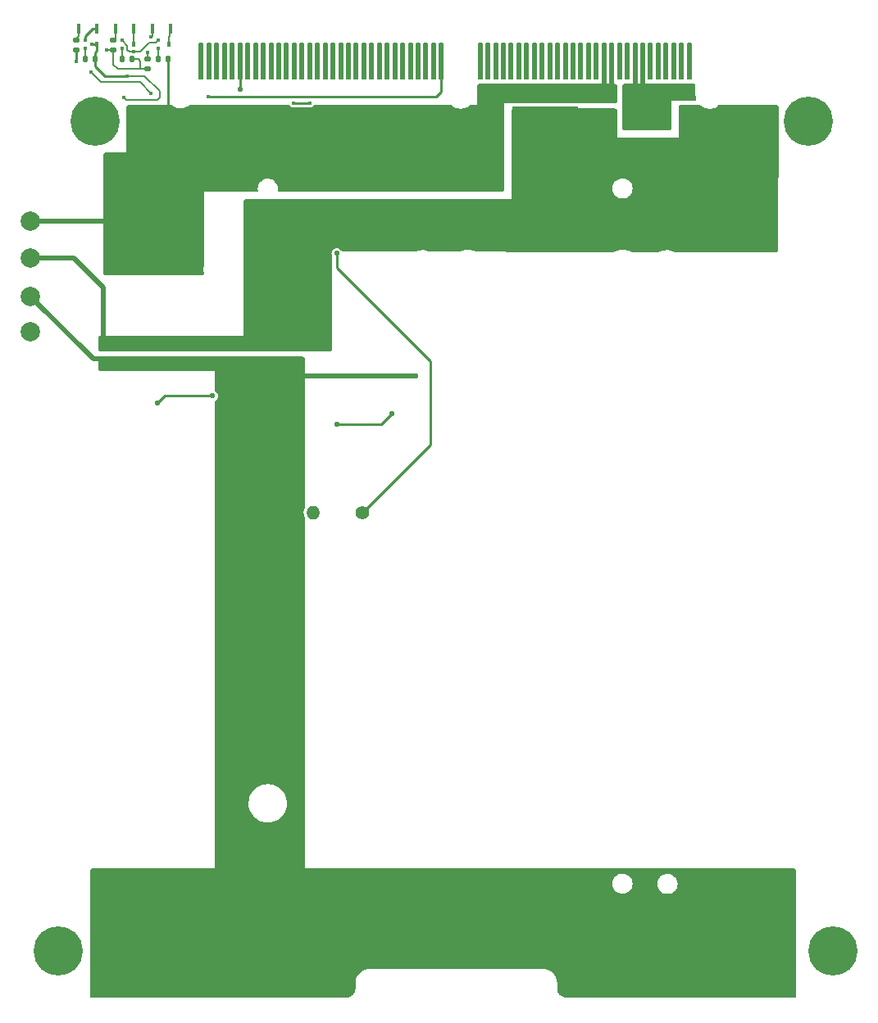
<source format=gbl>
%TF.GenerationSoftware,KiCad,Pcbnew,(6.0.4)*%
%TF.CreationDate,2022-04-12T12:42:18-04:00*%
%TF.ProjectId,batteryboard,62617474-6572-4796-926f-6172642e6b69,rev?*%
%TF.SameCoordinates,Original*%
%TF.FileFunction,Copper,L2,Bot*%
%TF.FilePolarity,Positive*%
%FSLAX46Y46*%
G04 Gerber Fmt 4.6, Leading zero omitted, Abs format (unit mm)*
G04 Created by KiCad (PCBNEW (6.0.4)) date 2022-04-12 12:42:18*
%MOMM*%
%LPD*%
G01*
G04 APERTURE LIST*
G04 Aperture macros list*
%AMRoundRect*
0 Rectangle with rounded corners*
0 $1 Rounding radius*
0 $2 $3 $4 $5 $6 $7 $8 $9 X,Y pos of 4 corners*
0 Add a 4 corners polygon primitive as box body*
4,1,4,$2,$3,$4,$5,$6,$7,$8,$9,$2,$3,0*
0 Add four circle primitives for the rounded corners*
1,1,$1+$1,$2,$3*
1,1,$1+$1,$4,$5*
1,1,$1+$1,$6,$7*
1,1,$1+$1,$8,$9*
0 Add four rect primitives between the rounded corners*
20,1,$1+$1,$2,$3,$4,$5,0*
20,1,$1+$1,$4,$5,$6,$7,0*
20,1,$1+$1,$6,$7,$8,$9,0*
20,1,$1+$1,$8,$9,$2,$3,0*%
%AMFreePoly0*
4,1,12,0.105238,2.379067,0.194454,2.319454,0.254067,2.230238,0.275000,2.125000,0.275000,-1.400000,-0.275000,-1.400000,-0.275000,2.125000,-0.254067,2.230238,-0.194454,2.319454,-0.105238,2.379067,0.000000,2.400000,0.105238,2.379067,0.105238,2.379067,$1*%
G04 Aperture macros list end*
%TA.AperFunction,ComponentPad*%
%ADD10C,2.000000*%
%TD*%
%TA.AperFunction,ComponentPad*%
%ADD11C,5.080000*%
%TD*%
%TA.AperFunction,SMDPad,CuDef*%
%ADD12FreePoly0,0.000000*%
%TD*%
%TA.AperFunction,ComponentPad*%
%ADD13C,1.400000*%
%TD*%
%TA.AperFunction,ComponentPad*%
%ADD14O,1.400000X1.400000*%
%TD*%
%TA.AperFunction,SMDPad,CuDef*%
%ADD15R,6.800000X7.300000*%
%TD*%
%TA.AperFunction,SMDPad,CuDef*%
%ADD16R,4.000000X6.800000*%
%TD*%
%TA.AperFunction,SMDPad,CuDef*%
%ADD17R,4.500000X6.700000*%
%TD*%
%TA.AperFunction,SMDPad,CuDef*%
%ADD18R,0.370000X1.000000*%
%TD*%
%TA.AperFunction,SMDPad,CuDef*%
%ADD19R,0.450000X0.400000*%
%TD*%
%TA.AperFunction,SMDPad,CuDef*%
%ADD20R,0.450000X0.500000*%
%TD*%
%TA.AperFunction,SMDPad,CuDef*%
%ADD21RoundRect,0.135000X0.185000X-0.135000X0.185000X0.135000X-0.185000X0.135000X-0.185000X-0.135000X0*%
%TD*%
%TA.AperFunction,SMDPad,CuDef*%
%ADD22RoundRect,0.135000X-0.135000X-0.185000X0.135000X-0.185000X0.135000X0.185000X-0.135000X0.185000X0*%
%TD*%
%TA.AperFunction,ViaPad*%
%ADD23C,0.584200*%
%TD*%
%TA.AperFunction,ViaPad*%
%ADD24C,0.381000*%
%TD*%
%TA.AperFunction,Conductor*%
%ADD25C,0.508000*%
%TD*%
%TA.AperFunction,Conductor*%
%ADD26C,0.203200*%
%TD*%
%TA.AperFunction,Conductor*%
%ADD27C,0.254000*%
%TD*%
%TA.AperFunction,Conductor*%
%ADD28C,0.279400*%
%TD*%
G04 APERTURE END LIST*
D10*
X55499000Y-67310000D03*
X55499000Y-71247000D03*
X55499000Y-74930000D03*
X55499000Y-63500000D03*
D11*
X62118400Y-53157200D03*
X135778400Y-53157200D03*
X138318400Y-138887200D03*
X58318400Y-138887200D03*
D12*
X73122220Y-47404353D03*
X73922220Y-47404353D03*
X74722220Y-47404353D03*
X75522220Y-47404353D03*
X76322220Y-47404353D03*
X77122220Y-47404353D03*
X77922220Y-47404353D03*
X78722220Y-47404353D03*
X79522220Y-47404353D03*
X80322220Y-47404353D03*
X81122220Y-47404353D03*
X81922220Y-47404353D03*
X82722220Y-47404353D03*
X83522220Y-47404353D03*
X84322220Y-47404353D03*
X85122220Y-47404353D03*
X85922220Y-47404353D03*
X86722220Y-47404353D03*
X87522220Y-47404353D03*
X88322220Y-47404353D03*
X89122220Y-47404353D03*
X89922220Y-47404353D03*
X90722220Y-47404353D03*
X91522220Y-47404353D03*
X92322220Y-47404353D03*
X93122220Y-47404353D03*
X93922220Y-47404353D03*
X94722220Y-47404353D03*
X95522220Y-47404353D03*
X96322220Y-47404353D03*
X97122220Y-47404353D03*
X97922220Y-47404353D03*
X101922220Y-47404353D03*
X102722220Y-47404353D03*
X103522220Y-47404353D03*
X104322220Y-47404353D03*
X105122220Y-47404353D03*
X105922220Y-47404353D03*
X106722220Y-47404353D03*
X107522220Y-47404353D03*
X108322220Y-47404353D03*
X109122220Y-47404353D03*
X109922220Y-47404353D03*
X110722220Y-47404353D03*
X111522220Y-47404353D03*
X112322220Y-47404353D03*
X113122220Y-47404353D03*
X113922220Y-47404353D03*
X114722220Y-47404353D03*
X115522220Y-47404353D03*
X116322220Y-47404353D03*
X117122220Y-47404353D03*
X117922220Y-47404353D03*
X118722220Y-47404353D03*
X119522220Y-47404353D03*
X120322220Y-47404353D03*
X121122220Y-47404353D03*
X121922220Y-47404353D03*
X122722220Y-47404353D03*
X123522220Y-47404353D03*
D13*
X89739000Y-93599000D03*
D14*
X84659000Y-93599000D03*
D15*
X87998300Y-136825100D03*
X87998300Y-55275100D03*
D16*
X127873300Y-55499700D03*
D15*
X129273300Y-136799700D03*
X108623100Y-55249700D03*
X108623100Y-136799700D03*
X67348100Y-136825100D03*
D17*
X68273100Y-55575100D03*
D18*
X62322181Y-43591480D03*
X60462181Y-43591480D03*
X66122173Y-43591480D03*
X64262173Y-43591480D03*
X69922191Y-43591480D03*
X68062191Y-43591480D03*
D19*
X61172400Y-45586600D03*
X61172400Y-44786600D03*
D20*
X62322400Y-45186600D03*
D19*
X64957000Y-45586600D03*
X64957000Y-44786600D03*
D20*
X66107000Y-45186600D03*
D19*
X68665400Y-45586600D03*
X68665400Y-44786600D03*
D20*
X69815400Y-45186600D03*
D21*
X60198000Y-45798200D03*
X60198000Y-44778200D03*
X64033400Y-45798200D03*
X64033400Y-44778200D03*
X67614800Y-47754000D03*
X67614800Y-46734000D03*
D22*
X61161200Y-46736000D03*
X62181200Y-46736000D03*
X64971200Y-46736000D03*
X65991200Y-46736000D03*
X68654200Y-46736000D03*
X69674200Y-46736000D03*
D23*
X90106500Y-65341500D03*
X90106500Y-64579500D03*
X90106500Y-66103500D03*
X90995500Y-65341500D03*
X90995500Y-66103500D03*
X90995500Y-64579500D03*
X124460000Y-58420000D03*
X125730000Y-59690000D03*
X130810000Y-62230000D03*
X124460000Y-55880000D03*
X132080000Y-53340000D03*
X124460000Y-63500000D03*
X127000000Y-60960000D03*
X125730000Y-62230000D03*
X72825000Y-76273000D03*
X132080000Y-55880000D03*
X132080000Y-60960000D03*
X132080000Y-63500000D03*
X128270000Y-62230000D03*
X127000000Y-63500000D03*
X129540000Y-63500000D03*
X89217500Y-66103500D03*
X68507000Y-76273000D03*
X125730000Y-64770000D03*
X124460000Y-53340000D03*
X128270000Y-64770000D03*
X89217500Y-64579500D03*
X130810000Y-64770000D03*
X124460000Y-60960000D03*
X64443000Y-76273000D03*
X132080000Y-58420000D03*
X89217500Y-65341500D03*
X130810000Y-59690000D03*
X128270000Y-59690000D03*
X129540000Y-60960000D03*
D24*
X66128900Y-45948600D03*
X65493900Y-48463200D03*
X61810900Y-45186600D03*
D23*
X120015000Y-53340000D03*
X117475000Y-52070000D03*
X120000000Y-49800000D03*
X121285000Y-50165000D03*
X117475000Y-53340000D03*
X120015000Y-50800000D03*
X121285000Y-51435000D03*
X118722220Y-50187780D03*
X121285000Y-52705000D03*
X118745000Y-51435000D03*
D24*
X65151000Y-50673000D03*
D23*
X120015000Y-52070000D03*
X117475000Y-50800000D03*
X118745000Y-52705000D03*
X115570000Y-139700000D03*
X114300000Y-135890000D03*
X119380000Y-133350000D03*
X118110000Y-137160000D03*
X116840000Y-133350000D03*
X124460000Y-133350000D03*
X72857000Y-78273000D03*
X113030000Y-137160000D03*
X123190000Y-139700000D03*
X115570000Y-134620000D03*
X121920000Y-133350000D03*
X119380000Y-138430000D03*
X114300000Y-133350000D03*
X123190000Y-137160000D03*
X124460000Y-138430000D03*
X64475000Y-78273000D03*
X95250000Y-79502002D03*
X121920000Y-138430000D03*
X124460000Y-135890000D03*
X119380000Y-135890000D03*
X116840000Y-138430000D03*
X120650000Y-139700000D03*
X68539000Y-78273000D03*
X113030000Y-139700000D03*
X116840000Y-135890000D03*
X120650000Y-137160000D03*
X121920000Y-135890000D03*
X115570000Y-137160000D03*
X120650000Y-134620000D03*
X118110000Y-139700000D03*
X118110000Y-134620000D03*
X113030000Y-134620000D03*
X114300000Y-138430000D03*
X123190000Y-134620000D03*
X100330000Y-55880000D03*
X95250000Y-53340000D03*
X97790000Y-58420000D03*
X96520000Y-54610000D03*
X72898000Y-68326000D03*
X96520000Y-57150000D03*
X72898000Y-64262000D03*
X64262000Y-66294000D03*
X92710000Y-55880000D03*
X92710000Y-53340000D03*
X93980000Y-54610000D03*
X100330000Y-58420000D03*
X102870000Y-58420000D03*
X72898000Y-66294000D03*
X64262000Y-64262000D03*
X96520000Y-52070000D03*
X101600000Y-54610000D03*
X99060000Y-54610000D03*
X102870000Y-53340000D03*
X95250000Y-58420000D03*
X68580000Y-68326000D03*
X104140000Y-57150000D03*
X68580000Y-64262000D03*
X68580000Y-66294000D03*
X104140000Y-54610000D03*
X93980000Y-57150000D03*
X104140000Y-52070000D03*
X100330000Y-53340000D03*
X101600000Y-57150000D03*
X99060000Y-57150000D03*
X95250000Y-55880000D03*
X93980000Y-52070000D03*
X64262000Y-68326000D03*
X92710000Y-58420000D03*
X97790000Y-55880000D03*
X102870000Y-55880000D03*
X97790000Y-53340000D03*
X87122000Y-84455000D03*
X92770500Y-83378500D03*
D24*
X67614800Y-46050200D03*
X67945000Y-44450000D03*
D23*
X68580000Y-82296000D03*
X74295000Y-81534000D03*
X77122220Y-49877780D03*
X87122000Y-66802000D03*
D24*
X60198000Y-46990000D03*
X63334900Y-45796200D03*
X82690208Y-51294792D03*
X84328000Y-51294792D03*
X67945000Y-50266600D03*
X73837800Y-50622200D03*
X61707979Y-48068179D03*
D25*
X55499000Y-67310000D02*
X59944000Y-67310000D01*
X59944000Y-67310000D02*
X61214000Y-68580000D01*
X62992000Y-70358000D02*
X62992000Y-75819000D01*
X61214000Y-68580000D02*
X62992000Y-70358000D01*
D26*
X65493900Y-45732700D02*
X65709800Y-45948600D01*
X65493900Y-45323500D02*
X65493900Y-45732700D01*
X65709800Y-45948600D02*
X66128900Y-45948600D01*
X64957000Y-44786600D02*
X65493900Y-45323500D01*
X68834000Y-50038000D02*
X68834000Y-50673000D01*
D27*
X63195200Y-48463200D02*
X65493900Y-48463200D01*
D26*
X67259200Y-48463200D02*
X68834000Y-50038000D01*
X65493900Y-48463200D02*
X67259200Y-48463200D01*
D27*
X62322400Y-45186600D02*
X61874400Y-45186600D01*
D26*
X68456389Y-44995611D02*
X67780389Y-44995611D01*
X67780389Y-44995611D02*
X66827400Y-45948600D01*
D25*
X117922220Y-47404353D02*
X117922220Y-49850220D01*
D27*
X62322400Y-45881600D02*
X62181200Y-46022800D01*
D26*
X68834000Y-50673000D02*
X68580000Y-50927000D01*
D25*
X118722220Y-47404353D02*
X118722220Y-50187780D01*
D26*
X66827400Y-45948600D02*
X66128900Y-45948600D01*
D27*
X62181200Y-46022800D02*
X62181200Y-46736000D01*
X62181200Y-47449200D02*
X63195200Y-48463200D01*
X62322400Y-45186600D02*
X62322400Y-45881600D01*
D26*
X65405000Y-50927000D02*
X65151000Y-50673000D01*
D27*
X62181200Y-46736000D02*
X62181200Y-47449200D01*
D26*
X68665400Y-44786600D02*
X68456389Y-44995611D01*
X65405000Y-50927000D02*
X68580000Y-50927000D01*
D25*
X55499000Y-71247000D02*
X61976000Y-77724000D01*
X61976000Y-77724000D02*
X63119000Y-77724000D01*
X95250000Y-79502002D02*
X83439002Y-79502002D01*
X55499000Y-63500000D02*
X63881000Y-63500000D01*
X115522220Y-47404353D02*
X115522220Y-50498220D01*
X114722220Y-47404353D02*
X114722220Y-50714220D01*
D27*
X69674200Y-46736000D02*
X69674200Y-51864800D01*
D28*
X91694000Y-84455000D02*
X87122000Y-84455000D01*
X92770500Y-83378500D02*
X91694000Y-84455000D01*
D27*
X61172400Y-44332600D02*
X61913520Y-43591480D01*
X61172400Y-44786600D02*
X61172400Y-44332600D01*
X61913520Y-43591480D02*
X62322181Y-43591480D01*
D26*
X60198000Y-44778200D02*
X60198000Y-44577000D01*
X60198000Y-44577000D02*
X60462181Y-44312819D01*
X60462181Y-44312819D02*
X60462181Y-43591480D01*
X66107000Y-45186600D02*
X66107000Y-43606653D01*
X66107000Y-43606653D02*
X66122173Y-43591480D01*
X64262173Y-44549427D02*
X64033400Y-44778200D01*
X64262173Y-43591480D02*
X64262173Y-44549427D01*
X69815400Y-45186600D02*
X69815400Y-44450393D01*
X69891993Y-44373800D02*
X69891993Y-43591480D01*
X69815400Y-44450393D02*
X69891993Y-44373800D01*
X67614800Y-46734000D02*
X67614800Y-46050200D01*
X68062191Y-44332809D02*
X67945000Y-44450000D01*
X68062191Y-43591480D02*
X68062191Y-44332809D01*
D28*
X74295000Y-81534000D02*
X69342000Y-81534000D01*
X69342000Y-81534000D02*
X68580000Y-82296000D01*
D27*
X87122000Y-68326000D02*
X96774000Y-77978000D01*
X96774000Y-86564000D02*
X96774000Y-77978000D01*
X77122220Y-47404353D02*
X77122220Y-49877780D01*
X89739000Y-93599000D02*
X96774000Y-86564000D01*
X87122000Y-68326000D02*
X87122000Y-66802000D01*
D26*
X67612800Y-47752000D02*
X67614800Y-47754000D01*
X63336900Y-45798200D02*
X63334900Y-45796200D01*
X64033400Y-45798200D02*
X63336900Y-45798200D01*
X66865500Y-47752000D02*
X67612800Y-47752000D01*
X66624200Y-46736000D02*
X66827400Y-46939200D01*
X66827400Y-46939200D02*
X66827400Y-47713900D01*
X64033400Y-47269400D02*
X64033400Y-45798200D01*
X60198000Y-46355000D02*
X60198000Y-46990000D01*
X65991200Y-46736000D02*
X66624200Y-46736000D01*
D27*
X84328000Y-51294792D02*
X82690208Y-51294792D01*
D26*
X64516000Y-47752000D02*
X64033400Y-47269400D01*
X66827400Y-47713900D02*
X66865500Y-47752000D01*
D27*
X60198000Y-46583600D02*
X60198000Y-46355000D01*
X60198000Y-45798200D02*
X60198000Y-46990000D01*
X60198000Y-46355000D02*
X60198000Y-45798200D01*
D26*
X66865500Y-47752000D02*
X64516000Y-47752000D01*
X61172400Y-46724800D02*
X61161200Y-46736000D01*
X61172400Y-45586600D02*
X61172400Y-46724800D01*
X64957000Y-46721800D02*
X64971200Y-46736000D01*
X64957000Y-45586600D02*
X64957000Y-46721800D01*
X68654200Y-46736000D02*
X68654200Y-45597800D01*
X68654200Y-45597800D02*
X68665400Y-45586600D01*
X66776600Y-49098200D02*
X67945000Y-50266600D01*
X62738000Y-49098200D02*
X66776600Y-49098200D01*
D27*
X73837800Y-50622200D02*
X97358200Y-50622200D01*
X97922220Y-50058180D02*
X97922220Y-47404353D01*
D26*
X61707990Y-48068190D02*
X62738000Y-49098200D01*
D27*
X97358200Y-50622200D02*
X97922220Y-50058180D01*
%TA.AperFunction,Conductor*%
G36*
X115840170Y-49278421D02*
G01*
X115864073Y-49283175D01*
X115899091Y-49290141D01*
X115944510Y-49308954D01*
X115964329Y-49322196D01*
X115983939Y-49335300D01*
X116018700Y-49370061D01*
X116045045Y-49409488D01*
X116063860Y-49454911D01*
X116075579Y-49513830D01*
X116078000Y-49538410D01*
X116078000Y-51045590D01*
X116075579Y-51070170D01*
X116063860Y-51129089D01*
X116045045Y-51174512D01*
X116018700Y-51213939D01*
X115983939Y-51248700D01*
X115964329Y-51261804D01*
X115944510Y-51275046D01*
X115899091Y-51293859D01*
X115864073Y-51300825D01*
X115840170Y-51305579D01*
X115815590Y-51308000D01*
X104394000Y-51308000D01*
X104394000Y-60189590D01*
X104391579Y-60214170D01*
X104379860Y-60273089D01*
X104361045Y-60318512D01*
X104334700Y-60357939D01*
X104299939Y-60392700D01*
X104280329Y-60405804D01*
X104260510Y-60419046D01*
X104215091Y-60437859D01*
X104180073Y-60444825D01*
X104156170Y-60449579D01*
X104131590Y-60452000D01*
X81148625Y-60452000D01*
X81080504Y-60431998D01*
X81034011Y-60378342D01*
X81023315Y-60312830D01*
X81042161Y-60133522D01*
X81042161Y-60133519D01*
X81042805Y-60127392D01*
X81024329Y-59924375D01*
X81012643Y-59884668D01*
X80968513Y-59734731D01*
X80966771Y-59728812D01*
X80946443Y-59689928D01*
X80875180Y-59553614D01*
X80875177Y-59553610D01*
X80872325Y-59548154D01*
X80744588Y-59389281D01*
X80588425Y-59258244D01*
X80409784Y-59160036D01*
X80403917Y-59158175D01*
X80403915Y-59158174D01*
X80311897Y-59128984D01*
X80215470Y-59098395D01*
X80056819Y-59080600D01*
X79947000Y-59080600D01*
X79795416Y-59095463D01*
X79600261Y-59154384D01*
X79420266Y-59250089D01*
X79262288Y-59378932D01*
X79253727Y-59389281D01*
X79136274Y-59531256D01*
X79136272Y-59531260D01*
X79132345Y-59536006D01*
X79035386Y-59715328D01*
X79033564Y-59721215D01*
X78982967Y-59884668D01*
X78975104Y-59910068D01*
X78953795Y-60112808D01*
X78971999Y-60312830D01*
X78972158Y-60314580D01*
X78958413Y-60384233D01*
X78909192Y-60435398D01*
X78846677Y-60452000D01*
X73406000Y-60452000D01*
X73406000Y-68047479D01*
X73402746Y-68075928D01*
X73387977Y-68139647D01*
X73363789Y-68418928D01*
X73364033Y-68423363D01*
X73364033Y-68423367D01*
X73378387Y-68684177D01*
X73379193Y-68698831D01*
X73380062Y-68703198D01*
X73401548Y-68811219D01*
X73401548Y-68860379D01*
X73391860Y-68909088D01*
X73373045Y-68954512D01*
X73346700Y-68993939D01*
X73311939Y-69028700D01*
X73292329Y-69041804D01*
X73272510Y-69055046D01*
X73227091Y-69073859D01*
X73192073Y-69080825D01*
X73168170Y-69085579D01*
X73143590Y-69088000D01*
X63254410Y-69088000D01*
X63229830Y-69085579D01*
X63205927Y-69080825D01*
X63170909Y-69073859D01*
X63125490Y-69055046D01*
X63105671Y-69041804D01*
X63086061Y-69028700D01*
X63051300Y-68993939D01*
X63024955Y-68954512D01*
X63006140Y-68909089D01*
X62994421Y-68850170D01*
X62992000Y-68825590D01*
X62992000Y-56650410D01*
X62994421Y-56625830D01*
X63006140Y-56566911D01*
X63024955Y-56521488D01*
X63051300Y-56482061D01*
X63086061Y-56447300D01*
X63105671Y-56434196D01*
X63125490Y-56420954D01*
X63170909Y-56402141D01*
X63205927Y-56395175D01*
X63229830Y-56390421D01*
X63254410Y-56388000D01*
X65405000Y-56388000D01*
X65405000Y-51697410D01*
X65407421Y-51672830D01*
X65416596Y-51626701D01*
X65419141Y-51613909D01*
X65437955Y-51568488D01*
X65442061Y-51562344D01*
X65457499Y-51539239D01*
X65464300Y-51529061D01*
X65499061Y-51494300D01*
X65518874Y-51481061D01*
X65538490Y-51467954D01*
X65583909Y-51449141D01*
X65618927Y-51442175D01*
X65642830Y-51437421D01*
X65667410Y-51435000D01*
X70058987Y-51435000D01*
X70127108Y-51455002D01*
X70156381Y-51481061D01*
X70191744Y-51524145D01*
X70207830Y-51543744D01*
X70212618Y-51547673D01*
X70212620Y-51547675D01*
X70329361Y-51643470D01*
X70329366Y-51643473D01*
X70334150Y-51647399D01*
X70478266Y-51724418D01*
X70634637Y-51771841D01*
X70640794Y-51772447D01*
X70640799Y-51772448D01*
X70781415Y-51786288D01*
X70782160Y-51786398D01*
X70782537Y-51786398D01*
X70787577Y-51786894D01*
X70797257Y-51788819D01*
X70810149Y-51786254D01*
X70834737Y-51783831D01*
X70984759Y-51783831D01*
X71009335Y-51786251D01*
X71010066Y-51786396D01*
X71022239Y-51788817D01*
X71026390Y-51787991D01*
X71040325Y-51786894D01*
X71079231Y-51783831D01*
X71250470Y-51770350D01*
X71441777Y-51724418D01*
X71468267Y-51718058D01*
X71468269Y-51718057D01*
X71473081Y-51716902D01*
X71477656Y-51715007D01*
X71680015Y-51631185D01*
X71680020Y-51631182D01*
X71684591Y-51629289D01*
X71688810Y-51626703D01*
X71688815Y-51626701D01*
X71832003Y-51538954D01*
X71879792Y-51509669D01*
X71931872Y-51465189D01*
X71996661Y-51436158D01*
X72013702Y-51435000D01*
X82183473Y-51435000D01*
X82251594Y-51455002D01*
X82298802Y-51510254D01*
X82308531Y-51532365D01*
X82314308Y-51539238D01*
X82314309Y-51539239D01*
X82384771Y-51623064D01*
X82390551Y-51629940D01*
X82496661Y-51700573D01*
X82618329Y-51738585D01*
X82745776Y-51740921D01*
X82840825Y-51715007D01*
X82860093Y-51709754D01*
X82860094Y-51709754D01*
X82868756Y-51707392D01*
X82889074Y-51694917D01*
X82955003Y-51676292D01*
X84059875Y-51676292D01*
X84117877Y-51693832D01*
X84118878Y-51691734D01*
X84126978Y-51695597D01*
X84134453Y-51700573D01*
X84256121Y-51738585D01*
X84383568Y-51740921D01*
X84478617Y-51715007D01*
X84497885Y-51709754D01*
X84497886Y-51709754D01*
X84506548Y-51707392D01*
X84615175Y-51640696D01*
X84700715Y-51546192D01*
X84704630Y-51538112D01*
X84720160Y-51506060D01*
X84767863Y-51453478D01*
X84833551Y-51435000D01*
X98872056Y-51435000D01*
X98940177Y-51455002D01*
X98953890Y-51465191D01*
X99064594Y-51559746D01*
X99162198Y-51619560D01*
X99255581Y-51676788D01*
X99255584Y-51676790D01*
X99259803Y-51679375D01*
X99471324Y-51766993D01*
X99476135Y-51768148D01*
X99476141Y-51768150D01*
X99689132Y-51819287D01*
X99693947Y-51820443D01*
X99922190Y-51838408D01*
X100150434Y-51820446D01*
X100373058Y-51766999D01*
X100436016Y-51740921D01*
X100580007Y-51681278D01*
X100580009Y-51681277D01*
X100584579Y-51679384D01*
X100779790Y-51559757D01*
X100793936Y-51547675D01*
X100890514Y-51465189D01*
X100955304Y-51436158D01*
X100972345Y-51435000D01*
X101600000Y-51435000D01*
X101600000Y-49538410D01*
X101602421Y-49513830D01*
X101614140Y-49454911D01*
X101632955Y-49409488D01*
X101659300Y-49370061D01*
X101694061Y-49335300D01*
X101713671Y-49322196D01*
X101733490Y-49308954D01*
X101778909Y-49290141D01*
X101813927Y-49283175D01*
X101837830Y-49278421D01*
X101862410Y-49276000D01*
X115815590Y-49276000D01*
X115840170Y-49278421D01*
G37*
%TD.AperFunction*%
%TA.AperFunction,Conductor*%
G36*
X124640253Y-51455002D02*
G01*
X124653963Y-51465189D01*
X124760887Y-51556512D01*
X124760891Y-51556515D01*
X124764646Y-51559722D01*
X124959852Y-51679344D01*
X125171368Y-51766955D01*
X125393986Y-51820399D01*
X125507112Y-51829300D01*
X125605075Y-51837009D01*
X125605076Y-51837009D01*
X125618155Y-51838038D01*
X125622223Y-51838847D01*
X125634443Y-51836416D01*
X125635118Y-51836282D01*
X125659701Y-51833861D01*
X125809728Y-51833861D01*
X125834299Y-51836280D01*
X125847219Y-51838850D01*
X125856411Y-51837022D01*
X125862420Y-51836430D01*
X125862473Y-51836430D01*
X125862566Y-51836416D01*
X126003676Y-51822514D01*
X126003677Y-51822514D01*
X126009836Y-51821907D01*
X126081427Y-51800187D01*
X126160274Y-51776267D01*
X126160279Y-51776265D01*
X126166202Y-51774468D01*
X126310309Y-51697435D01*
X126436618Y-51593767D01*
X126529097Y-51481071D01*
X126587773Y-51441099D01*
X126626500Y-51435000D01*
X132491790Y-51435000D01*
X132516413Y-51437429D01*
X132575424Y-51449187D01*
X132620903Y-51468060D01*
X132660371Y-51494488D01*
X132695145Y-51529354D01*
X132721466Y-51568888D01*
X132740220Y-51614417D01*
X132751823Y-51673455D01*
X132754188Y-51698084D01*
X132715685Y-66412985D01*
X132713204Y-66437536D01*
X132701353Y-66496368D01*
X132682456Y-66541703D01*
X132656054Y-66581042D01*
X132621260Y-66615707D01*
X132581825Y-66641962D01*
X132536419Y-66660691D01*
X132477545Y-66672323D01*
X132452985Y-66674713D01*
X124445703Y-66665947D01*
X122159760Y-66663445D01*
X122112599Y-66654230D01*
X121886562Y-66562675D01*
X121882249Y-66561604D01*
X121882244Y-66561602D01*
X121618824Y-66496168D01*
X121618819Y-66496167D01*
X121614503Y-66495095D01*
X121610075Y-66494641D01*
X121610073Y-66494641D01*
X121519322Y-66485343D01*
X121375428Y-66470600D01*
X121201893Y-66470600D01*
X120993674Y-66485343D01*
X120989319Y-66486281D01*
X120989316Y-66486281D01*
X120723974Y-66543407D01*
X120723972Y-66543407D01*
X120719627Y-66544343D01*
X120456627Y-66641369D01*
X120452706Y-66643485D01*
X120452703Y-66643486D01*
X120447314Y-66646394D01*
X120387348Y-66661504D01*
X117766507Y-66658635D01*
X117556976Y-66658406D01*
X117501684Y-66645558D01*
X117500027Y-66644746D01*
X117496184Y-66642514D01*
X117492067Y-66640846D01*
X117492062Y-66640844D01*
X117240488Y-66538946D01*
X117240485Y-66538945D01*
X117236362Y-66537275D01*
X117232049Y-66536204D01*
X117232044Y-66536202D01*
X116968624Y-66470768D01*
X116968619Y-66470767D01*
X116964303Y-66469695D01*
X116959875Y-66469241D01*
X116959873Y-66469241D01*
X116869122Y-66459943D01*
X116725228Y-66445200D01*
X116551693Y-66445200D01*
X116343474Y-66459943D01*
X116339119Y-66460881D01*
X116339116Y-66460881D01*
X116073774Y-66518007D01*
X116073772Y-66518007D01*
X116069427Y-66518943D01*
X115806427Y-66615969D01*
X115802505Y-66618085D01*
X115802501Y-66618087D01*
X115759554Y-66641260D01*
X115699585Y-66656372D01*
X107749917Y-66647670D01*
X101516475Y-66640846D01*
X101469313Y-66631630D01*
X101236362Y-66537275D01*
X101100332Y-66503485D01*
X100968624Y-66470768D01*
X100968619Y-66470767D01*
X100964303Y-66469695D01*
X100959875Y-66469241D01*
X100959873Y-66469241D01*
X100869122Y-66459943D01*
X100725228Y-66445200D01*
X100551693Y-66445200D01*
X100343474Y-66459943D01*
X100339119Y-66460881D01*
X100339116Y-66460881D01*
X100073774Y-66518007D01*
X100073772Y-66518007D01*
X100069427Y-66518943D01*
X99806427Y-66615969D01*
X99802505Y-66618085D01*
X99802501Y-66618087D01*
X99791951Y-66623779D01*
X99731980Y-66638892D01*
X96816262Y-66635700D01*
X96769100Y-66626485D01*
X96611562Y-66562675D01*
X96607249Y-66561604D01*
X96607244Y-66561602D01*
X96343824Y-66496168D01*
X96343819Y-66496167D01*
X96339503Y-66495095D01*
X96335075Y-66494641D01*
X96335073Y-66494641D01*
X96244322Y-66485343D01*
X96100428Y-66470600D01*
X95926893Y-66470600D01*
X95718674Y-66485343D01*
X95714319Y-66486281D01*
X95714316Y-66486281D01*
X95448974Y-66543407D01*
X95448972Y-66543407D01*
X95444627Y-66544343D01*
X95345150Y-66581042D01*
X95222961Y-66626120D01*
X95179213Y-66633908D01*
X87724682Y-66625747D01*
X87656583Y-66605670D01*
X87608411Y-66547965D01*
X87606523Y-66543407D01*
X87599455Y-66526342D01*
X87511840Y-66412160D01*
X87397659Y-66324545D01*
X87390028Y-66321384D01*
X87272319Y-66272628D01*
X87272315Y-66272627D01*
X87264691Y-66269469D01*
X87122000Y-66250683D01*
X86979309Y-66269469D01*
X86846342Y-66324545D01*
X86732160Y-66412160D01*
X86644545Y-66526342D01*
X86589469Y-66659309D01*
X86570683Y-66802000D01*
X86589469Y-66944691D01*
X86592627Y-66952315D01*
X86592628Y-66952319D01*
X86604409Y-66980760D01*
X86614000Y-67028977D01*
X86614000Y-76699590D01*
X86611579Y-76724170D01*
X86599860Y-76783089D01*
X86581045Y-76828512D01*
X86554700Y-76867939D01*
X86519939Y-76902700D01*
X86500329Y-76915804D01*
X86480510Y-76929046D01*
X86435091Y-76947859D01*
X86400073Y-76954825D01*
X86376170Y-76959579D01*
X86351590Y-76962000D01*
X62746410Y-76962000D01*
X62721830Y-76959579D01*
X62697927Y-76954825D01*
X62662909Y-76947859D01*
X62617490Y-76929046D01*
X62597671Y-76915804D01*
X62578061Y-76902700D01*
X62543300Y-76867939D01*
X62516955Y-76828512D01*
X62498140Y-76783089D01*
X62486421Y-76724170D01*
X62484000Y-76699590D01*
X62484000Y-75573410D01*
X62486421Y-75548830D01*
X62498140Y-75489911D01*
X62516955Y-75444488D01*
X62543300Y-75405061D01*
X62578061Y-75370300D01*
X62597671Y-75357196D01*
X62617490Y-75343954D01*
X62662909Y-75325141D01*
X62697927Y-75318175D01*
X62721830Y-75313421D01*
X62746410Y-75311000D01*
X77470000Y-75311000D01*
X77470000Y-61476410D01*
X77472421Y-61451830D01*
X77484140Y-61392911D01*
X77502955Y-61347488D01*
X77529300Y-61308061D01*
X77564061Y-61273300D01*
X77583671Y-61260196D01*
X77603490Y-61246954D01*
X77648909Y-61228141D01*
X77683927Y-61221175D01*
X77707830Y-61216421D01*
X77732410Y-61214000D01*
X105156000Y-61214000D01*
X105156000Y-60087408D01*
X115578595Y-60087408D01*
X115597071Y-60290425D01*
X115654629Y-60485988D01*
X115657486Y-60491453D01*
X115746220Y-60661186D01*
X115746223Y-60661190D01*
X115749075Y-60666646D01*
X115876812Y-60825519D01*
X116032975Y-60956556D01*
X116211616Y-61054764D01*
X116217483Y-61056625D01*
X116217485Y-61056626D01*
X116235047Y-61062197D01*
X116405930Y-61116405D01*
X116564581Y-61134200D01*
X116674400Y-61134200D01*
X116825984Y-61119337D01*
X117021139Y-61060416D01*
X117201134Y-60964711D01*
X117359112Y-60835868D01*
X117415341Y-60767899D01*
X117485126Y-60683544D01*
X117485128Y-60683540D01*
X117489055Y-60678794D01*
X117586014Y-60499472D01*
X117646296Y-60304732D01*
X117667605Y-60101992D01*
X117649129Y-59898975D01*
X117591571Y-59703412D01*
X117581689Y-59684510D01*
X117499980Y-59528214D01*
X117499977Y-59528210D01*
X117497125Y-59522754D01*
X117369388Y-59363881D01*
X117213225Y-59232844D01*
X117034584Y-59134636D01*
X117028717Y-59132775D01*
X117028715Y-59132774D01*
X116937427Y-59103816D01*
X116840270Y-59072995D01*
X116681619Y-59055200D01*
X116571800Y-59055200D01*
X116420216Y-59070063D01*
X116225061Y-59128984D01*
X116045066Y-59224689D01*
X115887088Y-59353532D01*
X115878527Y-59363881D01*
X115761074Y-59505856D01*
X115761072Y-59505860D01*
X115757145Y-59510606D01*
X115660186Y-59689928D01*
X115599904Y-59884668D01*
X115578595Y-60087408D01*
X105156000Y-60087408D01*
X105156000Y-52078410D01*
X105158421Y-52053830D01*
X105170140Y-51994911D01*
X105188955Y-51949488D01*
X105215300Y-51910061D01*
X105250061Y-51875300D01*
X105269671Y-51862196D01*
X105289490Y-51848954D01*
X105334909Y-51830141D01*
X105373252Y-51822514D01*
X105393830Y-51818421D01*
X105418410Y-51816000D01*
X115815590Y-51816000D01*
X115840170Y-51818421D01*
X115860748Y-51822514D01*
X115899091Y-51830141D01*
X115944510Y-51848954D01*
X115964329Y-51862196D01*
X115983939Y-51875300D01*
X116018700Y-51910061D01*
X116045045Y-51949488D01*
X116063860Y-51994911D01*
X116075579Y-52053830D01*
X116078000Y-52078410D01*
X116078000Y-54864000D01*
X122428000Y-54864000D01*
X122428000Y-51697410D01*
X122430421Y-51672830D01*
X122435175Y-51648927D01*
X122442141Y-51613909D01*
X122460955Y-51568488D01*
X122466499Y-51560192D01*
X122487300Y-51529061D01*
X122522061Y-51494300D01*
X122560399Y-51468683D01*
X122561490Y-51467954D01*
X122606909Y-51449141D01*
X122648208Y-51440926D01*
X122665830Y-51437421D01*
X122690410Y-51435000D01*
X124572132Y-51435000D01*
X124640253Y-51455002D01*
G37*
%TD.AperFunction*%
%TA.AperFunction,Conductor*%
G36*
X134318670Y-130367921D02*
G01*
X134342573Y-130372675D01*
X134377591Y-130379641D01*
X134423010Y-130398454D01*
X134442829Y-130411696D01*
X134462439Y-130424800D01*
X134497200Y-130459561D01*
X134523545Y-130498988D01*
X134542360Y-130544411D01*
X134554079Y-130603330D01*
X134556500Y-130627910D01*
X134556500Y-143586698D01*
X134536498Y-143654819D01*
X134482842Y-143701312D01*
X134430500Y-143712698D01*
X110857678Y-143712698D01*
X110833099Y-143710277D01*
X110820202Y-143707712D01*
X110808031Y-143710133D01*
X110796390Y-143710133D01*
X110785409Y-143709654D01*
X110755522Y-143707039D01*
X110668072Y-143699388D01*
X110646449Y-143695576D01*
X110509591Y-143658905D01*
X110488951Y-143651393D01*
X110360541Y-143591514D01*
X110341520Y-143580532D01*
X110225457Y-143499264D01*
X110208633Y-143485146D01*
X110108454Y-143384967D01*
X110094336Y-143368143D01*
X110013068Y-143252080D01*
X110002086Y-143233059D01*
X109942207Y-143104649D01*
X109934695Y-143084010D01*
X109912362Y-143000662D01*
X109898024Y-142947151D01*
X109894211Y-142925525D01*
X109883946Y-142808191D01*
X109883467Y-142797210D01*
X109883467Y-142785569D01*
X109885888Y-142773398D01*
X109883323Y-142760501D01*
X109880902Y-142735922D01*
X109880902Y-142277474D01*
X109883323Y-142252892D01*
X109885888Y-142239998D01*
X109885047Y-142235772D01*
X109867494Y-142012733D01*
X109814275Y-141791065D01*
X109782385Y-141714075D01*
X109728931Y-141585025D01*
X109728929Y-141585021D01*
X109727036Y-141580451D01*
X109607923Y-141386077D01*
X109459871Y-141212729D01*
X109286523Y-141064677D01*
X109092149Y-140945564D01*
X109087579Y-140943671D01*
X109087575Y-140943669D01*
X108886112Y-140860221D01*
X108881535Y-140858325D01*
X108659867Y-140805106D01*
X108544088Y-140795994D01*
X108449792Y-140788573D01*
X108449791Y-140788573D01*
X108436828Y-140787553D01*
X108432602Y-140786712D01*
X108419705Y-140789277D01*
X108395126Y-140791698D01*
X90537678Y-140791698D01*
X90513099Y-140789277D01*
X90500202Y-140786712D01*
X90495943Y-140787559D01*
X90483994Y-140788499D01*
X90483993Y-140788499D01*
X90358626Y-140798366D01*
X90272938Y-140805110D01*
X90268131Y-140806264D01*
X90268125Y-140806265D01*
X90126960Y-140840156D01*
X90051270Y-140858327D01*
X90046699Y-140860220D01*
X90046697Y-140860221D01*
X89845230Y-140943671D01*
X89845226Y-140943673D01*
X89840656Y-140945566D01*
X89646282Y-141064678D01*
X89642522Y-141067890D01*
X89642517Y-141067893D01*
X89476701Y-141209513D01*
X89476698Y-141209516D01*
X89472934Y-141212731D01*
X89469723Y-141216491D01*
X89469719Y-141216495D01*
X89349421Y-141357345D01*
X89324881Y-141386078D01*
X89205768Y-141580451D01*
X89118529Y-141791065D01*
X89065310Y-142012733D01*
X89047757Y-142235772D01*
X89046916Y-142239998D01*
X89049481Y-142252892D01*
X89051902Y-142277474D01*
X89051902Y-142735922D01*
X89049481Y-142760501D01*
X89046916Y-142773398D01*
X89049337Y-142785569D01*
X89049337Y-142797210D01*
X89048858Y-142808191D01*
X89038593Y-142925526D01*
X89034779Y-142947156D01*
X88998109Y-143084011D01*
X88990597Y-143104650D01*
X88930718Y-143233060D01*
X88919736Y-143252081D01*
X88838470Y-143368141D01*
X88824353Y-143384965D01*
X88724168Y-143485151D01*
X88707344Y-143499268D01*
X88591278Y-143580539D01*
X88572269Y-143591514D01*
X88495484Y-143627320D01*
X88443853Y-143651396D01*
X88423215Y-143658907D01*
X88286360Y-143695578D01*
X88264732Y-143699392D01*
X88169641Y-143707712D01*
X88147432Y-143709655D01*
X88136448Y-143710134D01*
X88124775Y-143710134D01*
X88112602Y-143707712D01*
X88099705Y-143710277D01*
X88075126Y-143712698D01*
X61784499Y-143712696D01*
X61716379Y-143692694D01*
X61669886Y-143639038D01*
X61658500Y-143586696D01*
X61658500Y-131947408D01*
X115578595Y-131947408D01*
X115597071Y-132150425D01*
X115598812Y-132156339D01*
X115598812Y-132156341D01*
X115610490Y-132196019D01*
X115654629Y-132345988D01*
X115657486Y-132351453D01*
X115746220Y-132521186D01*
X115746223Y-132521190D01*
X115749075Y-132526646D01*
X115876812Y-132685519D01*
X116032975Y-132816556D01*
X116211616Y-132914764D01*
X116217483Y-132916625D01*
X116217485Y-132916626D01*
X116235047Y-132922197D01*
X116405930Y-132976405D01*
X116564581Y-132994200D01*
X116674400Y-132994200D01*
X116825984Y-132979337D01*
X117021139Y-132920416D01*
X117201134Y-132824711D01*
X117359112Y-132695868D01*
X117464113Y-132568944D01*
X117485126Y-132543544D01*
X117485128Y-132543540D01*
X117489055Y-132538794D01*
X117586014Y-132359472D01*
X117636611Y-132196019D01*
X117644474Y-132170619D01*
X117644475Y-132170616D01*
X117646296Y-132164732D01*
X117666468Y-131972808D01*
X120228795Y-131972808D01*
X120230122Y-131987392D01*
X120244401Y-132144284D01*
X120247271Y-132175825D01*
X120304829Y-132371388D01*
X120307686Y-132376853D01*
X120396420Y-132546586D01*
X120396423Y-132546590D01*
X120399275Y-132552046D01*
X120527012Y-132710919D01*
X120683175Y-132841956D01*
X120861816Y-132940164D01*
X120867683Y-132942025D01*
X120867685Y-132942026D01*
X120885247Y-132947597D01*
X121056130Y-133001805D01*
X121214781Y-133019600D01*
X121324600Y-133019600D01*
X121476184Y-133004737D01*
X121671339Y-132945816D01*
X121851334Y-132850111D01*
X122009312Y-132721268D01*
X122065541Y-132653299D01*
X122135326Y-132568944D01*
X122135328Y-132568940D01*
X122139255Y-132564194D01*
X122236214Y-132384872D01*
X122296496Y-132190132D01*
X122300670Y-132150425D01*
X122317161Y-131993520D01*
X122317161Y-131993519D01*
X122317805Y-131987392D01*
X122299329Y-131784375D01*
X122289446Y-131750794D01*
X122243513Y-131594731D01*
X122241771Y-131588812D01*
X122221443Y-131549928D01*
X122150180Y-131413614D01*
X122150177Y-131413610D01*
X122147325Y-131408154D01*
X122019588Y-131249281D01*
X121863425Y-131118244D01*
X121684784Y-131020036D01*
X121678917Y-131018175D01*
X121678915Y-131018174D01*
X121581283Y-130987203D01*
X121490470Y-130958395D01*
X121331819Y-130940600D01*
X121222000Y-130940600D01*
X121070416Y-130955463D01*
X120875261Y-131014384D01*
X120695266Y-131110089D01*
X120537288Y-131238932D01*
X120528727Y-131249281D01*
X120411274Y-131391256D01*
X120411272Y-131391260D01*
X120407345Y-131396006D01*
X120310386Y-131575328D01*
X120308564Y-131581215D01*
X120257967Y-131744668D01*
X120250104Y-131770068D01*
X120228795Y-131972808D01*
X117666468Y-131972808D01*
X117667605Y-131961992D01*
X117656051Y-131835040D01*
X117649688Y-131765116D01*
X117649688Y-131765115D01*
X117649129Y-131758975D01*
X117591571Y-131563412D01*
X117581689Y-131544510D01*
X117499980Y-131388214D01*
X117499977Y-131388210D01*
X117497125Y-131382754D01*
X117369388Y-131223881D01*
X117213225Y-131092844D01*
X117034584Y-130994636D01*
X117028717Y-130992775D01*
X117028715Y-130992774D01*
X116865192Y-130940901D01*
X116840270Y-130932995D01*
X116681619Y-130915200D01*
X116571800Y-130915200D01*
X116420216Y-130930063D01*
X116225061Y-130988984D01*
X116045066Y-131084689D01*
X115887088Y-131213532D01*
X115862150Y-131243677D01*
X115761074Y-131365856D01*
X115761072Y-131365860D01*
X115757145Y-131370606D01*
X115660186Y-131549928D01*
X115599904Y-131744668D01*
X115599260Y-131750793D01*
X115599260Y-131750794D01*
X115595085Y-131790516D01*
X115578595Y-131947408D01*
X61658500Y-131947408D01*
X61658500Y-130627910D01*
X61660921Y-130603330D01*
X61672640Y-130544411D01*
X61691455Y-130498988D01*
X61717800Y-130459561D01*
X61752561Y-130424800D01*
X61772171Y-130411696D01*
X61791990Y-130398454D01*
X61837409Y-130379641D01*
X61872427Y-130372675D01*
X61896330Y-130367921D01*
X61920910Y-130365500D01*
X134294090Y-130365500D01*
X134318670Y-130367921D01*
G37*
%TD.AperFunction*%
%TA.AperFunction,Conductor*%
G36*
X124109853Y-49296002D02*
G01*
X124156346Y-49349658D01*
X124167732Y-49402000D01*
X124167732Y-50341887D01*
X124165311Y-50366470D01*
X124162746Y-50379365D01*
X124163567Y-50383491D01*
X124181200Y-50607602D01*
X124182355Y-50612415D01*
X124182356Y-50612419D01*
X124233486Y-50825410D01*
X124234641Y-50830220D01*
X124236533Y-50834788D01*
X124236534Y-50834791D01*
X124255170Y-50879783D01*
X124262759Y-50950373D01*
X124230979Y-51013860D01*
X124169920Y-51050086D01*
X124138761Y-51054000D01*
X121666000Y-51054000D01*
X121666000Y-53839590D01*
X121663579Y-53864170D01*
X121651860Y-53923089D01*
X121633045Y-53968512D01*
X121606700Y-54007939D01*
X121571939Y-54042700D01*
X121552329Y-54055804D01*
X121532510Y-54069046D01*
X121487091Y-54087859D01*
X121452073Y-54094825D01*
X121428170Y-54099579D01*
X121403590Y-54102000D01*
X116848410Y-54102000D01*
X116823830Y-54099579D01*
X116799927Y-54094825D01*
X116764909Y-54087859D01*
X116719490Y-54069046D01*
X116699671Y-54055804D01*
X116680061Y-54042700D01*
X116645300Y-54007939D01*
X116618955Y-53968512D01*
X116600140Y-53923089D01*
X116588421Y-53864170D01*
X116586000Y-53839590D01*
X116586000Y-49538410D01*
X116588421Y-49513830D01*
X116600140Y-49454911D01*
X116618955Y-49409488D01*
X116623959Y-49402000D01*
X116645300Y-49370061D01*
X116680061Y-49335300D01*
X116699671Y-49322196D01*
X116719490Y-49308954D01*
X116764909Y-49290141D01*
X116799927Y-49283175D01*
X116823830Y-49278421D01*
X116848410Y-49276000D01*
X124041732Y-49276000D01*
X124109853Y-49296002D01*
G37*
%TD.AperFunction*%
%TA.AperFunction,Conductor*%
G36*
X83582170Y-77472421D02*
G01*
X83606073Y-77477175D01*
X83641091Y-77484141D01*
X83686510Y-77502954D01*
X83706329Y-77516196D01*
X83725939Y-77529300D01*
X83760700Y-77564061D01*
X83787045Y-77603488D01*
X83805860Y-77648911D01*
X83817579Y-77707830D01*
X83820000Y-77732410D01*
X83820000Y-93111399D01*
X83804415Y-93172098D01*
X83777441Y-93221163D01*
X83775577Y-93227038D01*
X83775576Y-93227041D01*
X83722703Y-93393718D01*
X83720841Y-93399588D01*
X83699975Y-93585609D01*
X83715639Y-93772139D01*
X83767235Y-93952075D01*
X83770049Y-93957551D01*
X83770054Y-93957563D01*
X83806066Y-94027634D01*
X83820000Y-94085228D01*
X83820000Y-130365500D01*
X74549000Y-130365500D01*
X74549000Y-123618928D01*
X78013989Y-123618928D01*
X78014233Y-123623363D01*
X78014233Y-123623367D01*
X78017176Y-123676833D01*
X78029393Y-123898831D01*
X78084082Y-124173771D01*
X78176965Y-124438262D01*
X78179018Y-124442213D01*
X78179020Y-124442219D01*
X78304136Y-124683078D01*
X78306188Y-124687028D01*
X78308771Y-124690643D01*
X78308775Y-124690649D01*
X78466585Y-124911483D01*
X78469173Y-124915104D01*
X78662669Y-125117939D01*
X78666165Y-125120695D01*
X78666166Y-125120696D01*
X78718333Y-125161821D01*
X78882814Y-125291488D01*
X78937187Y-125323070D01*
X79121369Y-125430052D01*
X79121375Y-125430055D01*
X79125216Y-125432286D01*
X79129339Y-125433956D01*
X79380912Y-125535854D01*
X79380915Y-125535855D01*
X79385038Y-125537525D01*
X79389351Y-125538596D01*
X79389356Y-125538598D01*
X79652776Y-125604032D01*
X79652781Y-125604033D01*
X79657097Y-125605105D01*
X79661525Y-125605559D01*
X79661527Y-125605559D01*
X79736209Y-125613211D01*
X79896172Y-125629600D01*
X80069707Y-125629600D01*
X80277926Y-125614857D01*
X80282281Y-125613919D01*
X80282284Y-125613919D01*
X80547626Y-125556793D01*
X80547628Y-125556793D01*
X80551973Y-125555857D01*
X80814973Y-125458831D01*
X80864170Y-125432286D01*
X81057762Y-125327829D01*
X81061678Y-125325716D01*
X81287166Y-125159168D01*
X81486937Y-124962510D01*
X81657007Y-124739667D01*
X81793980Y-124495083D01*
X81895125Y-124233639D01*
X81908026Y-124177983D01*
X81957417Y-123964892D01*
X81958423Y-123960553D01*
X81982611Y-123681272D01*
X81982367Y-123676833D01*
X81967452Y-123405812D01*
X81967451Y-123405805D01*
X81967207Y-123401369D01*
X81912518Y-123126429D01*
X81819635Y-122861938D01*
X81792274Y-122809264D01*
X81692464Y-122617122D01*
X81692463Y-122617120D01*
X81690412Y-122613172D01*
X81687829Y-122609557D01*
X81687825Y-122609551D01*
X81530015Y-122388717D01*
X81530012Y-122388713D01*
X81527427Y-122385096D01*
X81333931Y-122182261D01*
X81285606Y-122144164D01*
X81117282Y-122011468D01*
X81113786Y-122008712D01*
X81004720Y-121945362D01*
X80875231Y-121870148D01*
X80875225Y-121870145D01*
X80871384Y-121867914D01*
X80802043Y-121839828D01*
X80615688Y-121764346D01*
X80615685Y-121764345D01*
X80611562Y-121762675D01*
X80607249Y-121761604D01*
X80607244Y-121761602D01*
X80343824Y-121696168D01*
X80343819Y-121696167D01*
X80339503Y-121695095D01*
X80335075Y-121694641D01*
X80335073Y-121694641D01*
X80244322Y-121685343D01*
X80100428Y-121670600D01*
X79926893Y-121670600D01*
X79718674Y-121685343D01*
X79714319Y-121686281D01*
X79714316Y-121686281D01*
X79448974Y-121743407D01*
X79448972Y-121743407D01*
X79444627Y-121744343D01*
X79181627Y-121841369D01*
X79177709Y-121843483D01*
X79128290Y-121870148D01*
X78934922Y-121974484D01*
X78709434Y-122141032D01*
X78509663Y-122337690D01*
X78339593Y-122560533D01*
X78202620Y-122805117D01*
X78101475Y-123066561D01*
X78100472Y-123070886D01*
X78100471Y-123070891D01*
X78087598Y-123126429D01*
X78038177Y-123339647D01*
X78013989Y-123618928D01*
X74549000Y-123618928D01*
X74549000Y-82090210D01*
X74569002Y-82022089D01*
X74598296Y-81990248D01*
X74678290Y-81928866D01*
X74684840Y-81923840D01*
X74772455Y-81809658D01*
X74827531Y-81676691D01*
X74846317Y-81534000D01*
X74827531Y-81391309D01*
X74772455Y-81258342D01*
X74684840Y-81144160D01*
X74598296Y-81077752D01*
X74556429Y-81020414D01*
X74549000Y-80977790D01*
X74549000Y-78994000D01*
X62746410Y-78994000D01*
X62721830Y-78991579D01*
X62697927Y-78986825D01*
X62662909Y-78979859D01*
X62617490Y-78961046D01*
X62597671Y-78947804D01*
X62578061Y-78934700D01*
X62543300Y-78899939D01*
X62516955Y-78860512D01*
X62498140Y-78815089D01*
X62486421Y-78756170D01*
X62484000Y-78731590D01*
X62484000Y-77732410D01*
X62486421Y-77707830D01*
X62498140Y-77648911D01*
X62516955Y-77603488D01*
X62543300Y-77564061D01*
X62578061Y-77529300D01*
X62597671Y-77516196D01*
X62617490Y-77502954D01*
X62662909Y-77484141D01*
X62697927Y-77477175D01*
X62721830Y-77472421D01*
X62746410Y-77470000D01*
X83557590Y-77470000D01*
X83582170Y-77472421D01*
G37*
%TD.AperFunction*%
M02*

</source>
